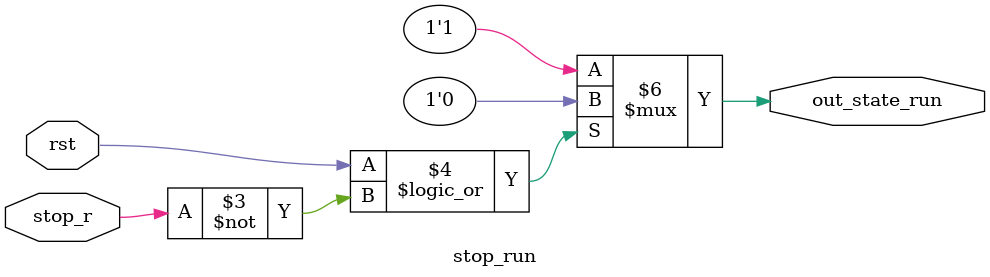
<source format=v>
module stop_run (rst,stop_r,out_state_run);
//stop--0,run--1
input rst,stop_r;
output out_state_run;
reg out_state_run;
always @(stop_r or rst)
begin
if(rst==1||stop_r==0)
out_state_run=0;
else
out_state_run=1;
end
endmodule
</source>
